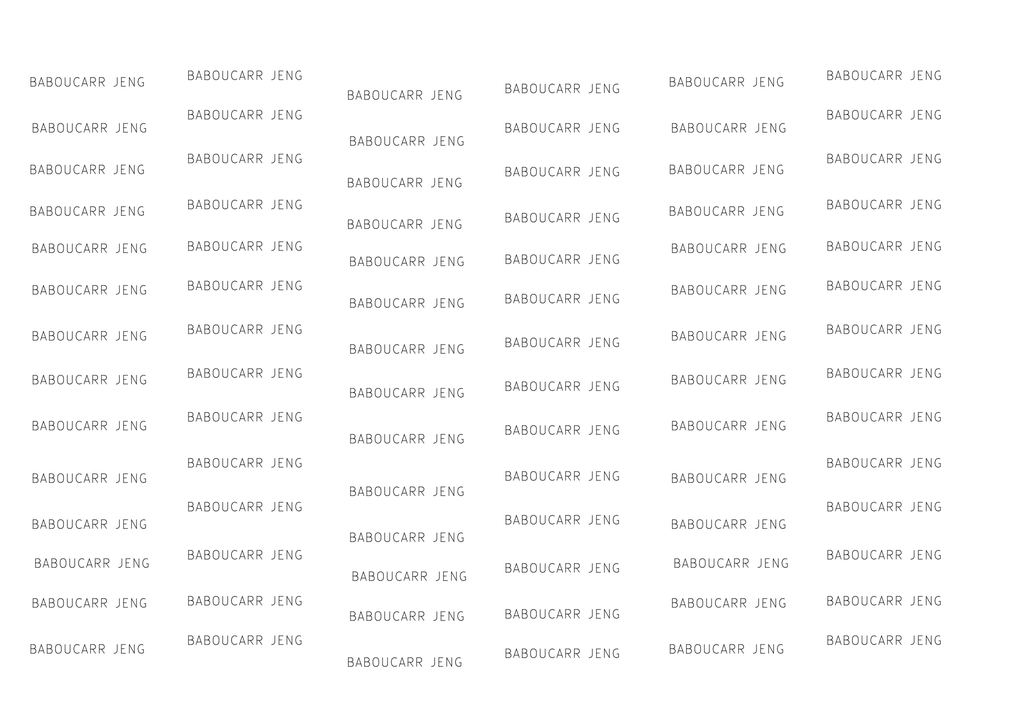
<source format=kicad_sch>
(kicad_sch
	(version 20250114)
	(generator "eeschema")
	(generator_version "9.0")
	(uuid "3715ee25-66b1-4f6c-841e-c8dd2abaead3")
	(paper "A4")
	(lib_symbols)
	(label "BABOUCARR JENG"
		(at 8.255 63.5 0)
		(effects
			(font
				(size 2.54 2.54)
			)
			(justify left bottom)
		)
		(uuid "05512b98-e304-4cb5-8f47-5ced404ccc0a")
	)
	(label "BABOUCARR JENG"
		(at 8.255 190.5 0)
		(effects
			(font
				(size 2.54 2.54)
			)
			(justify left bottom)
		)
		(uuid "08c95458-d722-4e7e-9909-4b1f9eded567")
	)
	(label "BABOUCARR JENG"
		(at 193.675 190.5 0)
		(effects
			(font
				(size 2.54 2.54)
			)
			(justify left bottom)
		)
		(uuid "0b6a2cc4-5c87-4aca-8bb6-eaa2e82dae3b")
	)
	(label "BABOUCARR JENG"
		(at 53.975 48.26 0)
		(effects
			(font
				(size 2.54 2.54)
			)
			(justify left bottom)
		)
		(uuid "0be35f92-1a42-4cf2-a2d1-46196ad6894d")
	)
	(label "BABOUCARR JENG"
		(at 8.89 99.695 0)
		(effects
			(font
				(size 2.54 2.54)
			)
			(justify left bottom)
		)
		(uuid "10998029-fa0b-4fc5-9b29-8f1447a8e1ef")
	)
	(label "BABOUCARR JENG"
		(at 8.89 140.97 0)
		(effects
			(font
				(size 2.54 2.54)
			)
			(justify left bottom)
		)
		(uuid "10ceede6-6bbd-4702-9e92-a439e611fa6d")
	)
	(label "BABOUCARR JENG"
		(at 100.33 67.31 0)
		(effects
			(font
				(size 2.54 2.54)
			)
			(justify left bottom)
		)
		(uuid "119a28a7-7a52-405d-bd1a-53053d810383")
	)
	(label "BABOUCARR JENG"
		(at 194.31 74.295 0)
		(effects
			(font
				(size 2.54 2.54)
			)
			(justify left bottom)
		)
		(uuid "12d16152-0015-40dc-b35b-ceaad1e88f85")
	)
	(label "BABOUCARR JENG"
		(at 101.6813 169.4089 0)
		(effects
			(font
				(size 2.54 2.54)
			)
			(justify left bottom)
		)
		(uuid "1355f49e-1371-4542-9371-078ae0df344d")
	)
	(label "BABOUCARR JENG"
		(at 53.975 85.09 0)
		(effects
			(font
				(size 2.54 2.54)
			)
			(justify left bottom)
		)
		(uuid "13838788-50b7-4f62-8bd2-68f30e64ba7c")
	)
	(label "BABOUCARR JENG"
		(at 194.31 140.97 0)
		(effects
			(font
				(size 2.54 2.54)
			)
			(justify left bottom)
		)
		(uuid "197afca0-300d-40fa-b638-5250178baf1a")
	)
	(label "BABOUCARR JENG"
		(at 53.975 176.53 0)
		(effects
			(font
				(size 2.54 2.54)
			)
			(justify left bottom)
		)
		(uuid "1a701dd0-28a0-4687-8eb9-69eddab394c8")
	)
	(label "BABOUCARR JENG"
		(at 100.965 116.205 0)
		(effects
			(font
				(size 2.54 2.54)
			)
			(justify left bottom)
		)
		(uuid "1afa26b7-0149-4099-9fd3-c7a74029f5c1")
	)
	(label "BABOUCARR JENG"
		(at 146.05 191.77 0)
		(effects
			(font
				(size 2.54 2.54)
			)
			(justify left bottom)
		)
		(uuid "1fdd8b36-32e8-4584-aef7-4c23b50ed870")
	)
	(label "BABOUCARR JENG"
		(at 239.395 187.96 0)
		(effects
			(font
				(size 2.54 2.54)
			)
			(justify left bottom)
		)
		(uuid "214b1b5b-d449-42d7-a2b1-4869863801d4")
	)
	(label "BABOUCARR JENG"
		(at 239.395 35.56 0)
		(effects
			(font
				(size 2.54 2.54)
			)
			(justify left bottom)
		)
		(uuid "228d8681-d172-4ee9-b9bb-aeaa20c0cf8d")
	)
	(label "BABOUCARR JENG"
		(at 8.89 177.165 0)
		(effects
			(font
				(size 2.54 2.54)
			)
			(justify left bottom)
		)
		(uuid "230cf490-e3bb-4d23-9eca-0ba2f7a91c81")
	)
	(label "BABOUCARR JENG"
		(at 146.05 127 0)
		(effects
			(font
				(size 2.54 2.54)
			)
			(justify left bottom)
		)
		(uuid "25e4399d-3716-4809-abaf-61654720c774")
	)
	(label "BABOUCARR JENG"
		(at 100.965 158.115 0)
		(effects
			(font
				(size 2.54 2.54)
			)
			(justify left bottom)
		)
		(uuid "27027727-5431-4f97-b22a-6e14282a549c")
	)
	(label "BABOUCARR JENG"
		(at 239.395 24.13 0)
		(effects
			(font
				(size 2.54 2.54)
			)
			(justify left bottom)
		)
		(uuid "282b8039-9c23-455f-8e1d-88068837a9fc")
	)
	(label "BABOUCARR JENG"
		(at 146.05 114.3 0)
		(effects
			(font
				(size 2.54 2.54)
			)
			(justify left bottom)
		)
		(uuid "2872fd5b-bb92-4b88-bdd7-f81d105f7abe")
	)
	(label "BABOUCARR JENG"
		(at 239.395 61.595 0)
		(effects
			(font
				(size 2.54 2.54)
			)
			(justify left bottom)
		)
		(uuid "2e1db982-02b7-4906-bd50-b4ecd614f25e")
	)
	(label "BABOUCARR JENG"
		(at 194.31 112.395 0)
		(effects
			(font
				(size 2.54 2.54)
			)
			(justify left bottom)
		)
		(uuid "36fca0f0-0a85-424f-8160-fb3eaef720fa")
	)
	(label "BABOUCARR JENG"
		(at 8.89 74.295 0)
		(effects
			(font
				(size 2.54 2.54)
			)
			(justify left bottom)
		)
		(uuid "37c61a82-d5cf-4ab3-be2f-7a047a9af6cd")
	)
	(label "BABOUCARR JENG"
		(at 8.255 26.035 0)
		(effects
			(font
				(size 2.54 2.54)
			)
			(justify left bottom)
		)
		(uuid "3b1191d7-cda7-4fd1-9f30-09503c92938c")
	)
	(label "BABOUCARR JENG"
		(at 146.05 88.9 0)
		(effects
			(font
				(size 2.54 2.54)
			)
			(justify left bottom)
		)
		(uuid "3d2c445c-7bb0-4fbb-a0ed-ea671b97dace")
	)
	(label "BABOUCARR JENG"
		(at 100.33 194.31 0)
		(effects
			(font
				(size 2.54 2.54)
			)
			(justify left bottom)
		)
		(uuid "430df1d0-d78a-416d-91db-5c730ada7287")
	)
	(label "BABOUCARR JENG"
		(at 239.395 163.195 0)
		(effects
			(font
				(size 2.54 2.54)
			)
			(justify left bottom)
		)
		(uuid "47957e71-95da-4bd0-9add-c62cb66d05f9")
	)
	(label "BABOUCARR JENG"
		(at 100.33 29.845 0)
		(effects
			(font
				(size 2.54 2.54)
			)
			(justify left bottom)
		)
		(uuid "4d2b08d4-bb3e-490a-9862-b43a842720b6")
	)
	(label "BABOUCARR JENG"
		(at 239.395 123.19 0)
		(effects
			(font
				(size 2.54 2.54)
			)
			(justify left bottom)
		)
		(uuid "4d917b0c-3638-4f7a-9127-cbd73b412970")
	)
	(label "BABOUCARR JENG"
		(at 53.975 163.195 0)
		(effects
			(font
				(size 2.54 2.54)
			)
			(justify left bottom)
		)
		(uuid "4dc7c17b-a284-4e3c-8bde-d82134958f89")
	)
	(label "BABOUCARR JENG"
		(at 53.975 97.79 0)
		(effects
			(font
				(size 2.54 2.54)
			)
			(justify left bottom)
		)
		(uuid "4e0ec893-4eae-41bd-b446-5b6eec232f8b")
	)
	(label "BABOUCARR JENG"
		(at 239.395 176.53 0)
		(effects
			(font
				(size 2.54 2.54)
			)
			(justify left bottom)
		)
		(uuid "58d2bf55-9b5c-47fd-a0a8-530859fefe76")
	)
	(label "BABOUCARR JENG"
		(at 194.31 39.37 0)
		(effects
			(font
				(size 2.54 2.54)
			)
			(justify left bottom)
		)
		(uuid "5aaf55e6-41ef-4194-8a44-0d24b5e1e57c")
	)
	(label "BABOUCARR JENG"
		(at 53.975 136.525 0)
		(effects
			(font
				(size 2.54 2.54)
			)
			(justify left bottom)
		)
		(uuid "5e7ee877-04df-4067-8b27-08e817401d55")
	)
	(label "BABOUCARR JENG"
		(at 194.31 154.305 0)
		(effects
			(font
				(size 2.54 2.54)
			)
			(justify left bottom)
		)
		(uuid "6440ca3f-9092-4009-9313-7823ed4a4a0f")
	)
	(label "BABOUCARR JENG"
		(at 239.395 149.225 0)
		(effects
			(font
				(size 2.54 2.54)
			)
			(justify left bottom)
		)
		(uuid "66dba335-cfc0-4f97-9472-2f405a3b3ccb")
	)
	(label "BABOUCARR JENG"
		(at 239.395 48.26 0)
		(effects
			(font
				(size 2.54 2.54)
			)
			(justify left bottom)
		)
		(uuid "676c409d-604e-4c80-bf8c-3e0eba3470dc")
	)
	(label "BABOUCARR JENG"
		(at 146.05 167.005 0)
		(effects
			(font
				(size 2.54 2.54)
			)
			(justify left bottom)
		)
		(uuid "6b04227a-136c-45ac-8183-baa552874b87")
	)
	(label "BABOUCARR JENG"
		(at 193.675 26.035 0)
		(effects
			(font
				(size 2.54 2.54)
			)
			(justify left bottom)
		)
		(uuid "6db0b451-1cbc-4d41-9cc8-58dfb3b6e27d")
	)
	(label "BABOUCARR JENG"
		(at 146.05 27.94 0)
		(effects
			(font
				(size 2.54 2.54)
			)
			(justify left bottom)
		)
		(uuid "6dd4f1e2-0b05-4f31-8ead-cbbe85cf27c2")
	)
	(label "BABOUCARR JENG"
		(at 146.05 52.07 0)
		(effects
			(font
				(size 2.54 2.54)
			)
			(justify left bottom)
		)
		(uuid "760b19b5-abdd-4417-b568-a33dd8cbe0b6")
	)
	(label "BABOUCARR JENG"
		(at 193.675 63.5 0)
		(effects
			(font
				(size 2.54 2.54)
			)
			(justify left bottom)
		)
		(uuid "77fe2357-a874-41c9-9570-b6ffc3cc1828")
	)
	(label "BABOUCARR JENG"
		(at 146.05 65.405 0)
		(effects
			(font
				(size 2.54 2.54)
			)
			(justify left bottom)
		)
		(uuid "7a33dc1a-76fb-4fb9-a05e-e952bc919f33")
	)
	(label "BABOUCARR JENG"
		(at 100.965 43.18 0)
		(effects
			(font
				(size 2.54 2.54)
			)
			(justify left bottom)
		)
		(uuid "7ea3692c-3988-4d38-926d-3651666e581c")
	)
	(label "BABOUCARR JENG"
		(at 53.975 149.225 0)
		(effects
			(font
				(size 2.54 2.54)
			)
			(justify left bottom)
		)
		(uuid "802e51fc-49ad-4a27-b8b4-27ee53783c5b")
	)
	(label "BABOUCARR JENG"
		(at 100.965 180.975 0)
		(effects
			(font
				(size 2.54 2.54)
			)
			(justify left bottom)
		)
		(uuid "844553a3-7407-452f-af59-c8f340c3059a")
	)
	(label "BABOUCARR JENG"
		(at 53.975 110.49 0)
		(effects
			(font
				(size 2.54 2.54)
			)
			(justify left bottom)
		)
		(uuid "84d6fb62-4c22-4e96-b166-55cd3f688797")
	)
	(label "BABOUCARR JENG"
		(at 194.31 177.165 0)
		(effects
			(font
				(size 2.54 2.54)
			)
			(justify left bottom)
		)
		(uuid "87b6e445-098e-410c-aec5-8217ee312bbf")
	)
	(label "BABOUCARR JENG"
		(at 53.975 35.56 0)
		(effects
			(font
				(size 2.54 2.54)
			)
			(justify left bottom)
		)
		(uuid "90e7077c-e409-4794-a039-02c8aa630474")
	)
	(label "BABOUCARR JENG"
		(at 8.89 154.305 0)
		(effects
			(font
				(size 2.54 2.54)
			)
			(justify left bottom)
		)
		(uuid "953ea68f-20fb-4379-ae67-cf31a4d4aac0")
	)
	(label "BABOUCARR JENG"
		(at 146.05 153.035 0)
		(effects
			(font
				(size 2.54 2.54)
			)
			(justify left bottom)
		)
		(uuid "98c23566-8417-4834-8f3b-687129d086ed")
	)
	(label "BABOUCARR JENG"
		(at 100.965 103.505 0)
		(effects
			(font
				(size 2.54 2.54)
			)
			(justify left bottom)
		)
		(uuid "9ab8a641-b874-4a31-b1f5-4d99268d9db8")
	)
	(label "BABOUCARR JENG"
		(at 239.395 136.525 0)
		(effects
			(font
				(size 2.54 2.54)
			)
			(justify left bottom)
		)
		(uuid "a1efd727-95fe-4e29-b5d2-e533484756ae")
	)
	(label "BABOUCARR JENG"
		(at 194.31 99.695 0)
		(effects
			(font
				(size 2.54 2.54)
			)
			(justify left bottom)
		)
		(uuid "a2a90ae6-eac3-4404-9564-9728dec7084d")
	)
	(label "BABOUCARR JENG"
		(at 8.89 86.36 0)
		(effects
			(font
				(size 2.54 2.54)
			)
			(justify left bottom)
		)
		(uuid "a3696f2d-4225-4e96-94ef-58ea92431106")
	)
	(label "BABOUCARR JENG"
		(at 146.05 101.6 0)
		(effects
			(font
				(size 2.54 2.54)
			)
			(justify left bottom)
		)
		(uuid "be21dc5f-bb7b-43e6-af90-e8c6bbe60ac0")
	)
	(label "BABOUCARR JENG"
		(at 53.975 61.595 0)
		(effects
			(font
				(size 2.54 2.54)
			)
			(justify left bottom)
		)
		(uuid "bfa59bb8-6c73-4291-8b66-8ebcc5d9a489")
	)
	(label "BABOUCARR JENG"
		(at 100.33 55.245 0)
		(effects
			(font
				(size 2.54 2.54)
			)
			(justify left bottom)
		)
		(uuid "c1de642f-a057-4500-b261-e4577205a72e")
	)
	(label "BABOUCARR JENG"
		(at 239.395 73.66 0)
		(effects
			(font
				(size 2.54 2.54)
			)
			(justify left bottom)
		)
		(uuid "c5d6f40b-adf3-45e7-8b05-259f4dc6bbf9")
	)
	(label "BABOUCARR JENG"
		(at 53.975 187.96 0)
		(effects
			(font
				(size 2.54 2.54)
			)
			(justify left bottom)
		)
		(uuid "c7f918f8-5244-4ddf-8266-e56a2b13553f")
	)
	(label "BABOUCARR JENG"
		(at 100.965 129.54 0)
		(effects
			(font
				(size 2.54 2.54)
			)
			(justify left bottom)
		)
		(uuid "c8392c56-6349-4bba-899d-73b430340f47")
	)
	(label "BABOUCARR JENG"
		(at 9.6063 165.5989 0)
		(effects
			(font
				(size 2.54 2.54)
			)
			(justify left bottom)
		)
		(uuid "ca46f280-31b1-45c0-804c-66c8804ffaae")
	)
	(label "BABOUCARR JENG"
		(at 100.965 78.105 0)
		(effects
			(font
				(size 2.54 2.54)
			)
			(justify left bottom)
		)
		(uuid "ce7c0234-f966-4937-a423-6ee75a51ead4")
	)
	(label "BABOUCARR JENG"
		(at 146.05 180.34 0)
		(effects
			(font
				(size 2.54 2.54)
			)
			(justify left bottom)
		)
		(uuid "d10a5772-7085-4cbc-8f7a-73ddd5b235f0")
	)
	(label "BABOUCARR JENG"
		(at 100.965 90.17 0)
		(effects
			(font
				(size 2.54 2.54)
			)
			(justify left bottom)
		)
		(uuid "d275197e-2426-4bd9-9465-36ef8169ef44")
	)
	(label "BABOUCARR JENG"
		(at 146.05 77.47 0)
		(effects
			(font
				(size 2.54 2.54)
			)
			(justify left bottom)
		)
		(uuid "d99c19fd-4708-43e8-a8f9-727c22557d9f")
	)
	(label "BABOUCARR JENG"
		(at 239.395 110.49 0)
		(effects
			(font
				(size 2.54 2.54)
			)
			(justify left bottom)
		)
		(uuid "e0e63807-02d8-4bba-aa9c-7df07244acae")
	)
	(label "BABOUCARR JENG"
		(at 100.965 144.78 0)
		(effects
			(font
				(size 2.54 2.54)
			)
			(justify left bottom)
		)
		(uuid "e1252ace-dd09-4e24-b5c4-0cf45cfc8403")
	)
	(label "BABOUCARR JENG"
		(at 239.395 97.79 0)
		(effects
			(font
				(size 2.54 2.54)
			)
			(justify left bottom)
		)
		(uuid "e1983c0a-c787-4271-986d-bbd95e86ca52")
	)
	(label "BABOUCARR JENG"
		(at 53.975 123.19 0)
		(effects
			(font
				(size 2.54 2.54)
			)
			(justify left bottom)
		)
		(uuid "e3f0e061-4d12-4200-9ab9-06e51de8b2d7")
	)
	(label "BABOUCARR JENG"
		(at 239.395 85.09 0)
		(effects
			(font
				(size 2.54 2.54)
			)
			(justify left bottom)
		)
		(uuid "e55a0c50-eeab-4902-926c-f1b4974ddf4e")
	)
	(label "BABOUCARR JENG"
		(at 194.31 125.73 0)
		(effects
			(font
				(size 2.54 2.54)
			)
			(justify left bottom)
		)
		(uuid "e66b622e-fb98-4f46-a7d6-baf8fb50ceaa")
	)
	(label "BABOUCARR JENG"
		(at 53.975 73.66 0)
		(effects
			(font
				(size 2.54 2.54)
			)
			(justify left bottom)
		)
		(uuid "e7fe15ef-7665-4143-86cb-1115e85dbd30")
	)
	(label "BABOUCARR JENG"
		(at 8.89 125.73 0)
		(effects
			(font
				(size 2.54 2.54)
			)
			(justify left bottom)
		)
		(uuid "eb643318-ffb4-4573-b582-6e79f48377c8")
	)
	(label "BABOUCARR JENG"
		(at 146.05 39.37 0)
		(effects
			(font
				(size 2.54 2.54)
			)
			(justify left bottom)
		)
		(uuid "eef68ac1-f479-4177-82b5-39af76cb38b1")
	)
	(label "BABOUCARR JENG"
		(at 193.675 51.435 0)
		(effects
			(font
				(size 2.54 2.54)
			)
			(justify left bottom)
		)
		(uuid "f8a73207-ba8b-46e1-a0a0-64b7edae1250")
	)
	(label "BABOUCARR JENG"
		(at 8.255 51.435 0)
		(effects
			(font
				(size 2.54 2.54)
			)
			(justify left bottom)
		)
		(uuid "f911a8d2-8c66-4217-a8ea-42ad9aa91770")
	)
	(label "BABOUCARR JENG"
		(at 146.05 140.335 0)
		(effects
			(font
				(size 2.54 2.54)
			)
			(justify left bottom)
		)
		(uuid "f9639e8f-9f1c-47ed-affa-e3ee1c6bdada")
	)
	(label "BABOUCARR JENG"
		(at 53.975 24.13 0)
		(effects
			(font
				(size 2.54 2.54)
			)
			(justify left bottom)
		)
		(uuid "f96f7c68-8009-4210-bb51-96c9ff57a739")
	)
	(label "BABOUCARR JENG"
		(at 8.89 39.37 0)
		(effects
			(font
				(size 2.54 2.54)
			)
			(justify left bottom)
		)
		(uuid "f9fc2560-5406-4df3-9def-7a652f57e62e")
	)
	(label "BABOUCARR JENG"
		(at 8.89 112.395 0)
		(effects
			(font
				(size 2.54 2.54)
			)
			(justify left bottom)
		)
		(uuid "fba28008-c631-48a2-a9c6-13d9ece9e98e")
	)
	(label "BABOUCARR JENG"
		(at 195.0263 165.5989 0)
		(effects
			(font
				(size 2.54 2.54)
			)
			(justify left bottom)
		)
		(uuid "fcddade4-33e6-458f-a87f-810fca1cdcf9")
	)
	(label "BABOUCARR JENG"
		(at 194.31 86.36 0)
		(effects
			(font
				(size 2.54 2.54)
			)
			(justify left bottom)
		)
		(uuid "fd0ae0a8-a650-424a-8ae5-30673dbfe054")
	)
)

</source>
